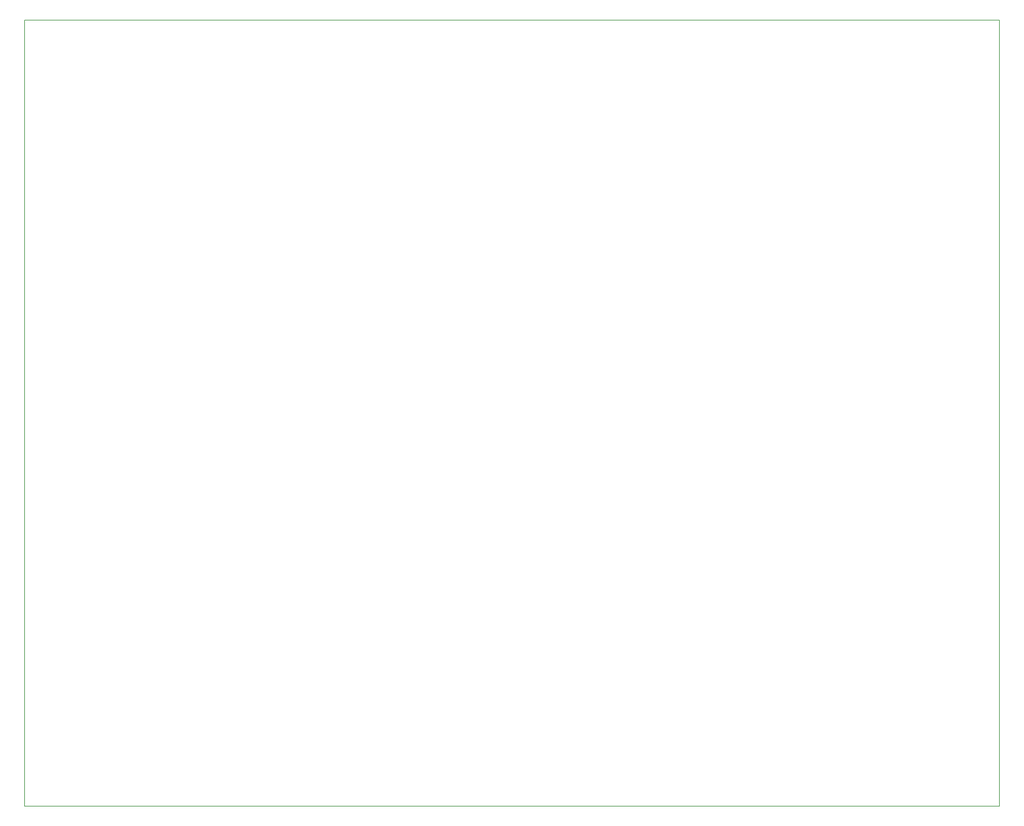
<source format=gbr>
G04 #@! TF.GenerationSoftware,KiCad,Pcbnew,(5.0.0-rc2-83-gda392728d)*
G04 #@! TF.CreationDate,2018-06-14T18:24:26+09:00*
G04 #@! TF.ProjectId,cpu,6370752E6B696361645F706362000000,rev?*
G04 #@! TF.SameCoordinates,Original*
G04 #@! TF.FileFunction,Profile,NP*
%FSLAX46Y46*%
G04 Gerber Fmt 4.6, Leading zero omitted, Abs format (unit mm)*
G04 Created by KiCad (PCBNEW (5.0.0-rc2-83-gda392728d)) date 06/14/18 18:24:26*
%MOMM*%
%LPD*%
G01*
G04 APERTURE LIST*
%ADD10C,0.150000*%
G04 APERTURE END LIST*
D10*
X0Y-211500000D02*
X262000000Y-211500000D01*
X0Y0D02*
X0Y-211500000D01*
X262000000Y0D02*
X0Y0D01*
X262000000Y-211500000D02*
X262000000Y0D01*
M02*

</source>
